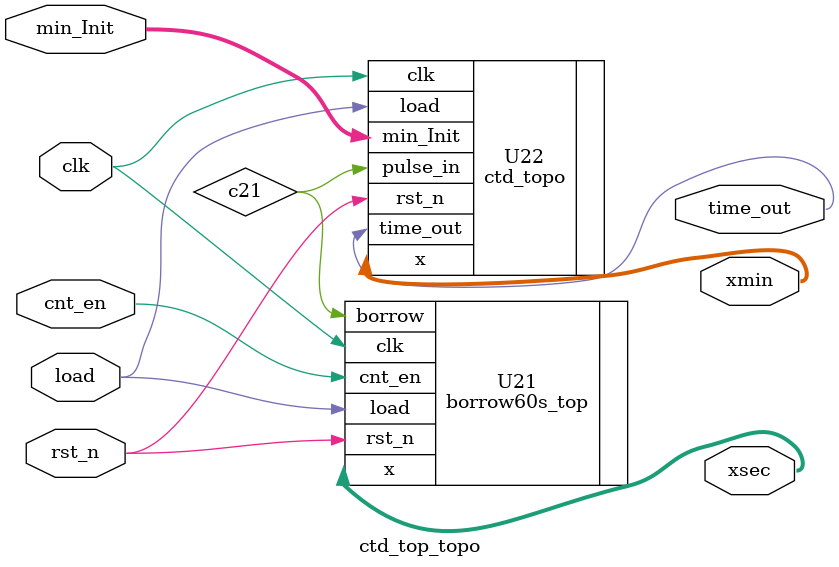
<source format=v>
`timescale 1ns / 1ps
module ctd_top_topo(
    input clk,
    input rst_n, 
    input cnt_en,
    input load,
    input [7:0]min_Init, 
    output [7:0]xmin,
    output [7:0]xsec,
    output time_out
    );
    //0.47
    wire c21,c22;
    borrow60s_top U21(
    .clk(clk),
    .rst_n(rst_n),
    .cnt_en(cnt_en),
    .load(load),    
    .borrow(c21),
    .x(xsec)
    );
    
    ctd_topo U22(
    .clk(clk),
    .pulse_in(c21),
    .rst_n(rst_n),
    .load(load),
    .min_Init(min_Init),
    .x(xmin),
    .time_out(time_out)
    );
   
   
endmodule
</source>
